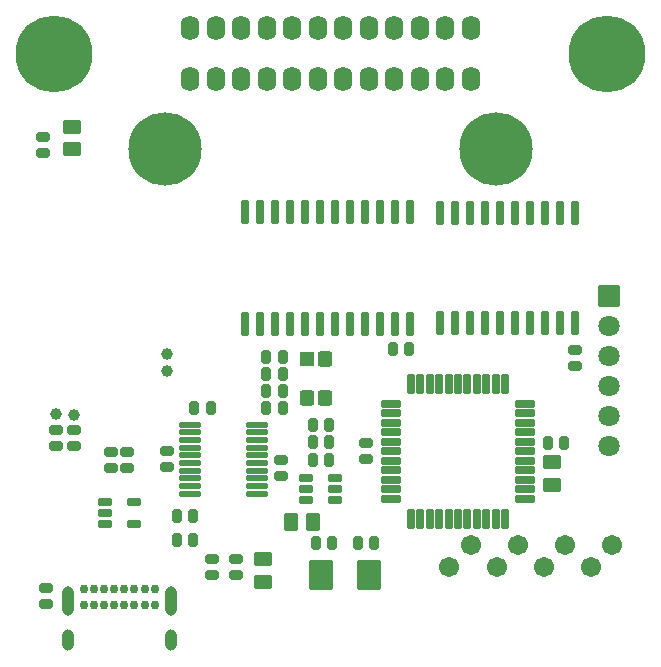
<source format=gts>
G04*
G04 #@! TF.GenerationSoftware,Altium Limited,Altium Designer,25.8.1 (18)*
G04*
G04 Layer_Color=8388736*
%FSLAX44Y44*%
%MOMM*%
G71*
G04*
G04 #@! TF.SameCoordinates,23F0502B-7B20-4CC9-97BB-DA64BA6573D7*
G04*
G04*
G04 #@! TF.FilePolarity,Negative*
G04*
G01*
G75*
G04:AMPARAMS|DCode=28|XSize=1.2mm|YSize=0.7mm|CornerRadius=0.1438mm|HoleSize=0mm|Usage=FLASHONLY|Rotation=0.000|XOffset=0mm|YOffset=0mm|HoleType=Round|Shape=RoundedRectangle|*
%AMROUNDEDRECTD28*
21,1,1.2000,0.4125,0,0,0.0*
21,1,0.9125,0.7000,0,0,0.0*
1,1,0.2875,0.4563,-0.2063*
1,1,0.2875,-0.4563,-0.2063*
1,1,0.2875,-0.4563,0.2063*
1,1,0.2875,0.4563,0.2063*
%
%ADD28ROUNDEDRECTD28*%
G04:AMPARAMS|DCode=29|XSize=0.87mm|YSize=1.14mm|CornerRadius=0.165mm|HoleSize=0mm|Usage=FLASHONLY|Rotation=90.000|XOffset=0mm|YOffset=0mm|HoleType=Round|Shape=RoundedRectangle|*
%AMROUNDEDRECTD29*
21,1,0.8700,0.8100,0,0,90.0*
21,1,0.5400,1.1400,0,0,90.0*
1,1,0.3300,0.4050,0.2700*
1,1,0.3300,0.4050,-0.2700*
1,1,0.3300,-0.4050,-0.2700*
1,1,0.3300,-0.4050,0.2700*
%
%ADD29ROUNDEDRECTD29*%
G04:AMPARAMS|DCode=30|XSize=1.65mm|YSize=0.69mm|CornerRadius=0.1425mm|HoleSize=0mm|Usage=FLASHONLY|Rotation=270.000|XOffset=0mm|YOffset=0mm|HoleType=Round|Shape=RoundedRectangle|*
%AMROUNDEDRECTD30*
21,1,1.6500,0.4050,0,0,270.0*
21,1,1.3650,0.6900,0,0,270.0*
1,1,0.2850,-0.2025,-0.6825*
1,1,0.2850,-0.2025,0.6825*
1,1,0.2850,0.2025,0.6825*
1,1,0.2850,0.2025,-0.6825*
%
%ADD30ROUNDEDRECTD30*%
G04:AMPARAMS|DCode=31|XSize=1.65mm|YSize=0.69mm|CornerRadius=0.1425mm|HoleSize=0mm|Usage=FLASHONLY|Rotation=180.000|XOffset=0mm|YOffset=0mm|HoleType=Round|Shape=RoundedRectangle|*
%AMROUNDEDRECTD31*
21,1,1.6500,0.4050,0,0,180.0*
21,1,1.3650,0.6900,0,0,180.0*
1,1,0.2850,-0.6825,0.2025*
1,1,0.2850,0.6825,0.2025*
1,1,0.2850,0.6825,-0.2025*
1,1,0.2850,-0.6825,-0.2025*
%
%ADD31ROUNDEDRECTD31*%
G04:AMPARAMS|DCode=32|XSize=0.75mm|YSize=2mm|CornerRadius=0.15mm|HoleSize=0mm|Usage=FLASHONLY|Rotation=0.000|XOffset=0mm|YOffset=0mm|HoleType=Round|Shape=RoundedRectangle|*
%AMROUNDEDRECTD32*
21,1,0.7500,1.7000,0,0,0.0*
21,1,0.4500,2.0000,0,0,0.0*
1,1,0.3000,0.2250,-0.8500*
1,1,0.3000,-0.2250,-0.8500*
1,1,0.3000,-0.2250,0.8500*
1,1,0.3000,0.2250,0.8500*
%
%ADD32ROUNDEDRECTD32*%
G04:AMPARAMS|DCode=33|XSize=0.87mm|YSize=1.14mm|CornerRadius=0.165mm|HoleSize=0mm|Usage=FLASHONLY|Rotation=0.000|XOffset=0mm|YOffset=0mm|HoleType=Round|Shape=RoundedRectangle|*
%AMROUNDEDRECTD33*
21,1,0.8700,0.8100,0,0,0.0*
21,1,0.5400,1.1400,0,0,0.0*
1,1,0.3300,0.2700,-0.4050*
1,1,0.3300,-0.2700,-0.4050*
1,1,0.3300,-0.2700,0.4050*
1,1,0.3300,0.2700,0.4050*
%
%ADD33ROUNDEDRECTD33*%
G04:AMPARAMS|DCode=34|XSize=0.7mm|YSize=2.05mm|CornerRadius=0.1438mm|HoleSize=0mm|Usage=FLASHONLY|Rotation=0.000|XOffset=0mm|YOffset=0mm|HoleType=Round|Shape=RoundedRectangle|*
%AMROUNDEDRECTD34*
21,1,0.7000,1.7625,0,0,0.0*
21,1,0.4125,2.0500,0,0,0.0*
1,1,0.2875,0.2063,-0.8813*
1,1,0.2875,-0.2063,-0.8813*
1,1,0.2875,-0.2063,0.8813*
1,1,0.2875,0.2063,0.8813*
%
%ADD34ROUNDEDRECTD34*%
G04:AMPARAMS|DCode=35|XSize=1.55mm|YSize=1.2mm|CornerRadius=0.2063mm|HoleSize=0mm|Usage=FLASHONLY|Rotation=0.000|XOffset=0mm|YOffset=0mm|HoleType=Round|Shape=RoundedRectangle|*
%AMROUNDEDRECTD35*
21,1,1.5500,0.7875,0,0,0.0*
21,1,1.1375,1.2000,0,0,0.0*
1,1,0.4125,0.5688,-0.3938*
1,1,0.4125,-0.5688,-0.3938*
1,1,0.4125,-0.5688,0.3938*
1,1,0.4125,0.5688,0.3938*
%
%ADD35ROUNDEDRECTD35*%
G04:AMPARAMS|DCode=36|XSize=2mm|YSize=2.5mm|CornerRadius=0.0975mm|HoleSize=0mm|Usage=FLASHONLY|Rotation=0.000|XOffset=0mm|YOffset=0mm|HoleType=Round|Shape=RoundedRectangle|*
%AMROUNDEDRECTD36*
21,1,2.0000,2.3050,0,0,0.0*
21,1,1.8050,2.5000,0,0,0.0*
1,1,0.1950,0.9025,-1.1525*
1,1,0.1950,-0.9025,-1.1525*
1,1,0.1950,-0.9025,1.1525*
1,1,0.1950,0.9025,1.1525*
%
%ADD36ROUNDEDRECTD36*%
G04:AMPARAMS|DCode=37|XSize=1.55mm|YSize=1.2mm|CornerRadius=0.2063mm|HoleSize=0mm|Usage=FLASHONLY|Rotation=90.000|XOffset=0mm|YOffset=0mm|HoleType=Round|Shape=RoundedRectangle|*
%AMROUNDEDRECTD37*
21,1,1.5500,0.7875,0,0,90.0*
21,1,1.1375,1.2000,0,0,90.0*
1,1,0.4125,0.3938,0.5688*
1,1,0.4125,0.3938,-0.5688*
1,1,0.4125,-0.3938,-0.5688*
1,1,0.4125,-0.3938,0.5688*
%
%ADD37ROUNDEDRECTD37*%
G04:AMPARAMS|DCode=38|XSize=1.15mm|YSize=0.65mm|CornerRadius=0.1188mm|HoleSize=0mm|Usage=FLASHONLY|Rotation=180.000|XOffset=0mm|YOffset=0mm|HoleType=Round|Shape=RoundedRectangle|*
%AMROUNDEDRECTD38*
21,1,1.1500,0.4125,0,0,180.0*
21,1,0.9125,0.6500,0,0,180.0*
1,1,0.2375,-0.4563,0.2063*
1,1,0.2375,0.4563,0.2063*
1,1,0.2375,0.4563,-0.2063*
1,1,0.2375,-0.4563,-0.2063*
%
%ADD38ROUNDEDRECTD38*%
G04:AMPARAMS|DCode=39|XSize=1.85mm|YSize=0.5mm|CornerRadius=0.1188mm|HoleSize=0mm|Usage=FLASHONLY|Rotation=180.000|XOffset=0mm|YOffset=0mm|HoleType=Round|Shape=RoundedRectangle|*
%AMROUNDEDRECTD39*
21,1,1.8500,0.2625,0,0,180.0*
21,1,1.6125,0.5000,0,0,180.0*
1,1,0.2375,-0.8063,0.1313*
1,1,0.2375,0.8063,0.1313*
1,1,0.2375,0.8063,-0.1313*
1,1,0.2375,-0.8063,-0.1313*
%
%ADD39ROUNDEDRECTD39*%
G04:AMPARAMS|DCode=40|XSize=1.3mm|YSize=1.2mm|CornerRadius=0.2063mm|HoleSize=0mm|Usage=FLASHONLY|Rotation=270.000|XOffset=0mm|YOffset=0mm|HoleType=Round|Shape=RoundedRectangle|*
%AMROUNDEDRECTD40*
21,1,1.3000,0.7875,0,0,270.0*
21,1,0.8875,1.2000,0,0,270.0*
1,1,0.4125,-0.3938,-0.4438*
1,1,0.4125,-0.3938,0.4438*
1,1,0.4125,0.3938,0.4438*
1,1,0.4125,0.3938,-0.4438*
%
%ADD40ROUNDEDRECTD40*%
%ADD41R,1.2000X1.3000*%
%ADD42C,0.7500*%
%ADD43C,1.7032*%
G04:AMPARAMS|DCode=44|XSize=1mm|YSize=2.5mm|CornerRadius=0.5mm|HoleSize=0mm|Usage=FLASHONLY|Rotation=0.000|XOffset=0mm|YOffset=0mm|HoleType=Round|Shape=RoundedRectangle|*
%AMROUNDEDRECTD44*
21,1,1.0000,1.5000,0,0,0.0*
21,1,0.0000,2.5000,0,0,0.0*
1,1,1.0000,0.0000,-0.7500*
1,1,1.0000,0.0000,-0.7500*
1,1,1.0000,0.0000,0.7500*
1,1,1.0000,0.0000,0.7500*
%
%ADD44ROUNDEDRECTD44*%
G04:AMPARAMS|DCode=45|XSize=1mm|YSize=1.8mm|CornerRadius=0.5mm|HoleSize=0mm|Usage=FLASHONLY|Rotation=0.000|XOffset=0mm|YOffset=0mm|HoleType=Round|Shape=RoundedRectangle|*
%AMROUNDEDRECTD45*
21,1,1.0000,0.8000,0,0,0.0*
21,1,0.0000,1.8000,0,0,0.0*
1,1,1.0000,0.0000,-0.4000*
1,1,1.0000,0.0000,-0.4000*
1,1,1.0000,0.0000,0.4000*
1,1,1.0000,0.0000,0.4000*
%
%ADD45ROUNDEDRECTD45*%
%ADD46O,1.6000X2.1000*%
%ADD47C,6.5080*%
G04:AMPARAMS|DCode=48|XSize=1.8mm|YSize=1.8mm|CornerRadius=0.1mm|HoleSize=0mm|Usage=FLASHONLY|Rotation=270.000|XOffset=0mm|YOffset=0mm|HoleType=Round|Shape=RoundedRectangle|*
%AMROUNDEDRECTD48*
21,1,1.8000,1.6000,0,0,270.0*
21,1,1.6000,1.8000,0,0,270.0*
1,1,0.2000,-0.8000,-0.8000*
1,1,0.2000,-0.8000,0.8000*
1,1,0.2000,0.8000,0.8000*
1,1,0.2000,0.8000,-0.8000*
%
%ADD48ROUNDEDRECTD48*%
%ADD49C,1.8000*%
%ADD50C,6.2032*%
%ADD51C,1.0032*%
D28*
X116666Y111130D02*
D03*
X91666D02*
D03*
Y130130D02*
D03*
X116666D02*
D03*
X91666Y120630D02*
D03*
D29*
X110916Y158480D02*
D03*
X97416D02*
D03*
X489926Y258638D02*
D03*
Y244838D02*
D03*
X42230Y56816D02*
D03*
Y43016D02*
D03*
X39416Y438920D02*
D03*
Y425120D02*
D03*
X97416Y172280D02*
D03*
X110916D02*
D03*
X144906Y172848D02*
D03*
Y159048D02*
D03*
X203156Y67948D02*
D03*
X203156Y81848D02*
D03*
X182406Y68048D02*
D03*
Y81848D02*
D03*
X240656Y151548D02*
D03*
Y165348D02*
D03*
X50906Y177048D02*
D03*
Y190848D02*
D03*
X65406Y177048D02*
D03*
Y190848D02*
D03*
X312656Y179848D02*
D03*
Y166048D02*
D03*
D30*
X430870Y115670D02*
D03*
X422870D02*
D03*
X414870D02*
D03*
X406870D02*
D03*
X398870D02*
D03*
X390870D02*
D03*
X382870D02*
D03*
X350870D02*
D03*
Y229670D02*
D03*
X358870D02*
D03*
X366870D02*
D03*
X374870D02*
D03*
X382870D02*
D03*
X390870D02*
D03*
X398870D02*
D03*
X406870D02*
D03*
X414870D02*
D03*
X422870D02*
D03*
X430870D02*
D03*
X358870Y115670D02*
D03*
X366870D02*
D03*
X374870D02*
D03*
D31*
X333870Y132670D02*
D03*
Y148670D02*
D03*
Y156670D02*
D03*
Y172670D02*
D03*
Y180670D02*
D03*
Y188670D02*
D03*
Y196670D02*
D03*
Y204670D02*
D03*
Y212670D02*
D03*
X447870D02*
D03*
Y204670D02*
D03*
Y196670D02*
D03*
Y188670D02*
D03*
Y180670D02*
D03*
Y164670D02*
D03*
Y156670D02*
D03*
Y148670D02*
D03*
Y140670D02*
D03*
Y132670D02*
D03*
X333870Y140670D02*
D03*
X333870Y164670D02*
D03*
X447870Y172670D02*
D03*
D32*
X375626Y281188D02*
D03*
X388326D02*
D03*
X401026D02*
D03*
X413726D02*
D03*
X426426D02*
D03*
X439126D02*
D03*
X451826D02*
D03*
X464526D02*
D03*
X477226D02*
D03*
X489926D02*
D03*
X388326Y374688D02*
D03*
X401026D02*
D03*
X413726D02*
D03*
X426426D02*
D03*
X439126D02*
D03*
X451826D02*
D03*
X464526D02*
D03*
X477226D02*
D03*
X489926D02*
D03*
X375626D02*
D03*
D33*
X467006Y179448D02*
D03*
X480806D02*
D03*
X153006Y97448D02*
D03*
X166806D02*
D03*
X152756Y118198D02*
D03*
X166556D02*
D03*
X284296Y94908D02*
D03*
X270496D02*
D03*
X281556Y165698D02*
D03*
X267756D02*
D03*
X181556Y209448D02*
D03*
X167756D02*
D03*
X242306Y209448D02*
D03*
X228506D02*
D03*
Y223448D02*
D03*
X242306D02*
D03*
Y237948D02*
D03*
X228506D02*
D03*
X242318Y252448D02*
D03*
X228518D02*
D03*
X306056Y94908D02*
D03*
X319856D02*
D03*
X349506Y259358D02*
D03*
X335706D02*
D03*
X267756Y180198D02*
D03*
X281556D02*
D03*
X267756Y194948D02*
D03*
X281556D02*
D03*
D34*
X350226Y375438D02*
D03*
X337526D02*
D03*
X324826D02*
D03*
X312126D02*
D03*
X299426D02*
D03*
X286726D02*
D03*
X274026D02*
D03*
X261326D02*
D03*
X248626D02*
D03*
X235926D02*
D03*
X223226D02*
D03*
X350226Y280438D02*
D03*
X337526D02*
D03*
X324826D02*
D03*
X312126D02*
D03*
X299426D02*
D03*
X286726D02*
D03*
X274026D02*
D03*
X261326D02*
D03*
X248626D02*
D03*
X235926D02*
D03*
X223226D02*
D03*
X210526D02*
D03*
Y375438D02*
D03*
D35*
X64257Y447596D02*
D03*
Y428596D02*
D03*
X225406Y81198D02*
D03*
Y62198D02*
D03*
X470156Y163448D02*
D03*
X470156Y144448D02*
D03*
D36*
X274676Y68238D02*
D03*
X315676D02*
D03*
D37*
X249156Y112948D02*
D03*
X268156D02*
D03*
D38*
X262156Y131198D02*
D03*
X262156Y140698D02*
D03*
Y150198D02*
D03*
X287156Y150198D02*
D03*
X287156Y140698D02*
D03*
Y131198D02*
D03*
D39*
X163750Y136750D02*
D03*
X163750Y143250D02*
D03*
Y149750D02*
D03*
X163750Y156250D02*
D03*
X163750Y169250D02*
D03*
X163750Y175750D02*
D03*
Y182250D02*
D03*
Y188750D02*
D03*
Y195250D02*
D03*
X220750D02*
D03*
X220750Y188750D02*
D03*
Y182250D02*
D03*
X220750Y175750D02*
D03*
X220750Y162750D02*
D03*
Y156250D02*
D03*
X220750Y149750D02*
D03*
Y143250D02*
D03*
Y136750D02*
D03*
X163750Y162750D02*
D03*
X220750Y169250D02*
D03*
D40*
X278156Y217698D02*
D03*
X262656D02*
D03*
X278156Y251198D02*
D03*
D41*
X262656D02*
D03*
D42*
X99990Y42596D02*
D03*
X108490Y56096D02*
D03*
Y42596D02*
D03*
X99990Y56096D02*
D03*
X74490Y42596D02*
D03*
X82990D02*
D03*
X91490D02*
D03*
X116990D02*
D03*
X125490D02*
D03*
X133990D02*
D03*
Y56096D02*
D03*
X125490D02*
D03*
X116990D02*
D03*
X91490D02*
D03*
X82990D02*
D03*
X74490D02*
D03*
D43*
X423656Y75052D02*
D03*
X441616Y93012D02*
D03*
X503656Y75052D02*
D03*
X521616Y93012D02*
D03*
X463656Y75052D02*
D03*
X481616Y93012D02*
D03*
X383656Y75052D02*
D03*
X401616Y93012D02*
D03*
D44*
X147490Y46296D02*
D03*
X60990D02*
D03*
D45*
X147490Y12496D02*
D03*
X60990D02*
D03*
D46*
X164314Y530712D02*
D03*
X185904D02*
D03*
X207494D02*
D03*
X229084D02*
D03*
X250674D02*
D03*
X272264D02*
D03*
X293854D02*
D03*
X315444D02*
D03*
X337034D02*
D03*
X358624D02*
D03*
X380214D02*
D03*
X401804D02*
D03*
X164314Y487786D02*
D03*
X185904D02*
D03*
X207494D02*
D03*
X229084D02*
D03*
X250674D02*
D03*
X272264D02*
D03*
X293854D02*
D03*
X315444D02*
D03*
X337034D02*
D03*
X358624D02*
D03*
X380214D02*
D03*
X401804D02*
D03*
D47*
X48998Y509249D02*
D03*
X517120D02*
D03*
D48*
X519000Y304200D02*
D03*
D49*
Y278800D02*
D03*
X519000Y228000D02*
D03*
X519000Y202600D02*
D03*
Y177200D02*
D03*
X519000Y253400D02*
D03*
D50*
X143050Y428300D02*
D03*
X423050D02*
D03*
D51*
X144176Y240282D02*
D03*
Y255032D02*
D03*
X50906Y204448D02*
D03*
X65406Y203698D02*
D03*
M02*

</source>
